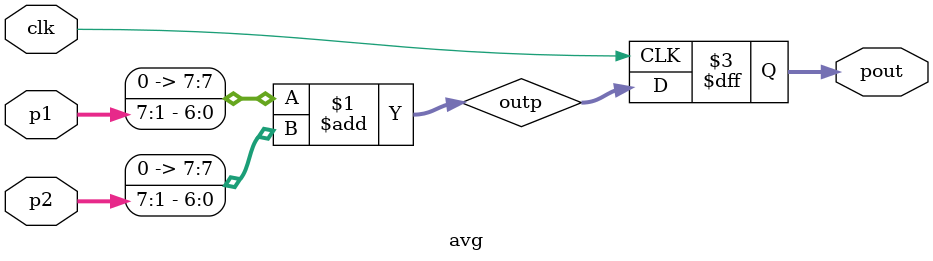
<source format=v>
module avg(input clk, input [7:0]p1, input [7:0]p2, output reg [7:0]pout);
//Declaration of intermediate wires
wire [7:0] outp;

assign outp = {1'b0 , p1[7:1]} + {1'b0 , p2[7:1]};

always@(posedge clk)
begin
	pout = outp;
end 



endmodule







//wire [7:0] out_int, outp;
//
//assign out_int = { p1[7:0]} + { p2[7:0]};
//assign outp  =  out_int/2 ; 
//
//always@(posedge clk)
//begin
//	pout = outp;
//end 
</source>
